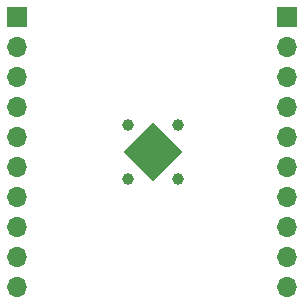
<source format=gbr>
%TF.GenerationSoftware,KiCad,Pcbnew,7.0.5-0*%
%TF.CreationDate,2024-01-09T15:12:00-05:00*%
%TF.ProjectId,SiPM chip carrier,5369504d-2063-4686-9970-206361727269,2.0*%
%TF.SameCoordinates,Original*%
%TF.FileFunction,Soldermask,Top*%
%TF.FilePolarity,Negative*%
%FSLAX46Y46*%
G04 Gerber Fmt 4.6, Leading zero omitted, Abs format (unit mm)*
G04 Created by KiCad (PCBNEW 7.0.5-0) date 2024-01-09 15:12:00*
%MOMM*%
%LPD*%
G01*
G04 APERTURE LIST*
G04 Aperture macros list*
%AMRotRect*
0 Rectangle, with rotation*
0 The origin of the aperture is its center*
0 $1 length*
0 $2 width*
0 $3 Rotation angle, in degrees counterclockwise*
0 Add horizontal line*
21,1,$1,$2,0,0,$3*%
G04 Aperture macros list end*
%ADD10C,1.000000*%
%ADD11RotRect,3.500000X3.500000X225.000000*%
%ADD12R,1.700000X1.700000*%
%ADD13O,1.700000X1.700000*%
G04 APERTURE END LIST*
D10*
%TO.C,D1*%
X48006000Y-52352000D03*
X52206000Y-52352000D03*
X52206000Y-47752000D03*
X48006000Y-47752000D03*
D11*
X50106000Y-50052000D03*
%TD*%
D12*
%TO.C,J2*%
X61468000Y-38608000D03*
D13*
X61468000Y-41148000D03*
X61468000Y-43688000D03*
X61468000Y-46228000D03*
X61468000Y-48768000D03*
X61468000Y-51308000D03*
X61468000Y-53848000D03*
X61468000Y-56388000D03*
X61468000Y-58928000D03*
X61468000Y-61468000D03*
%TD*%
D12*
%TO.C,J1*%
X38608000Y-38608000D03*
D13*
X38608000Y-41148000D03*
X38608000Y-43688000D03*
X38608000Y-46228000D03*
X38608000Y-48768000D03*
X38608000Y-51308000D03*
X38608000Y-53848000D03*
X38608000Y-56388000D03*
X38608000Y-58928000D03*
X38608000Y-61468000D03*
%TD*%
M02*

</source>
